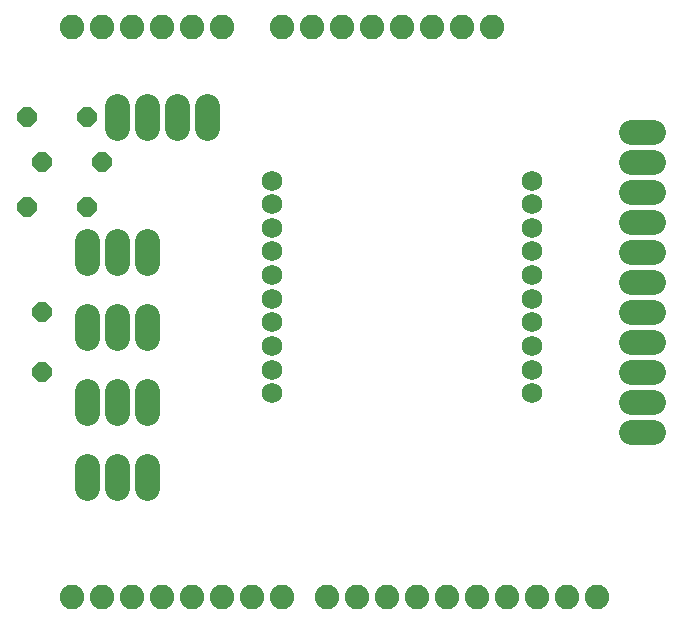
<source format=gts>
G75*
%MOIN*%
%OFA0B0*%
%FSLAX24Y24*%
%IPPOS*%
%LPD*%
%AMOC8*
5,1,8,0,0,1.08239X$1,22.5*
%
%ADD10C,0.0820*%
%ADD11C,0.0680*%
%ADD12C,0.0820*%
%ADD13OC8,0.0640*%
D10*
X009100Y007100D03*
X010100Y007100D03*
X011100Y007100D03*
X012100Y007100D03*
X013100Y007100D03*
X014100Y007100D03*
X015100Y007100D03*
X016100Y007100D03*
X017600Y007100D03*
X018600Y007100D03*
X019600Y007100D03*
X020600Y007100D03*
X021600Y007100D03*
X022600Y007100D03*
X023600Y007100D03*
X024600Y007100D03*
X025600Y007100D03*
X026600Y007100D03*
X023100Y026100D03*
X022100Y026100D03*
X021100Y026100D03*
X020100Y026100D03*
X019100Y026100D03*
X018100Y026100D03*
X017100Y026100D03*
X016100Y026100D03*
X014100Y026100D03*
X013100Y026100D03*
X012100Y026100D03*
X011100Y026100D03*
X010100Y026100D03*
X009100Y026100D03*
D11*
X015769Y020974D03*
X015769Y020187D03*
X015769Y019399D03*
X015769Y018612D03*
X015769Y017824D03*
X015769Y017037D03*
X015769Y016250D03*
X015769Y015462D03*
X015769Y014675D03*
X015769Y013887D03*
X024431Y013887D03*
X024431Y014675D03*
X024431Y015462D03*
X024431Y016250D03*
X024431Y017037D03*
X024431Y017824D03*
X024431Y018612D03*
X024431Y019399D03*
X024431Y020187D03*
X024431Y020974D03*
D12*
X027730Y020600D02*
X028470Y020600D01*
X028470Y019600D02*
X027730Y019600D01*
X027730Y018600D02*
X028470Y018600D01*
X028470Y017600D02*
X027730Y017600D01*
X027730Y016600D02*
X028470Y016600D01*
X028470Y015600D02*
X027730Y015600D01*
X027730Y014600D02*
X028470Y014600D01*
X028470Y013600D02*
X027730Y013600D01*
X027730Y012600D02*
X028470Y012600D01*
X028470Y021600D02*
X027730Y021600D01*
X027730Y022600D02*
X028470Y022600D01*
X013600Y022730D02*
X013600Y023470D01*
X012600Y023470D02*
X012600Y022730D01*
X011600Y022730D02*
X011600Y023470D01*
X010600Y023470D02*
X010600Y022730D01*
X010600Y018970D02*
X010600Y018230D01*
X009600Y018230D02*
X009600Y018970D01*
X011600Y018970D02*
X011600Y018230D01*
X011600Y016470D02*
X011600Y015730D01*
X010600Y015730D02*
X010600Y016470D01*
X009600Y016470D02*
X009600Y015730D01*
X009600Y013970D02*
X009600Y013230D01*
X010600Y013230D02*
X010600Y013970D01*
X011600Y013970D02*
X011600Y013230D01*
X011600Y011470D02*
X011600Y010730D01*
X010600Y010730D02*
X010600Y011470D01*
X009600Y011470D02*
X009600Y010730D01*
D13*
X008100Y014600D03*
X008100Y016600D03*
X007600Y020100D03*
X008100Y021600D03*
X007600Y023100D03*
X009600Y023100D03*
X010100Y021600D03*
X009600Y020100D03*
M02*

</source>
